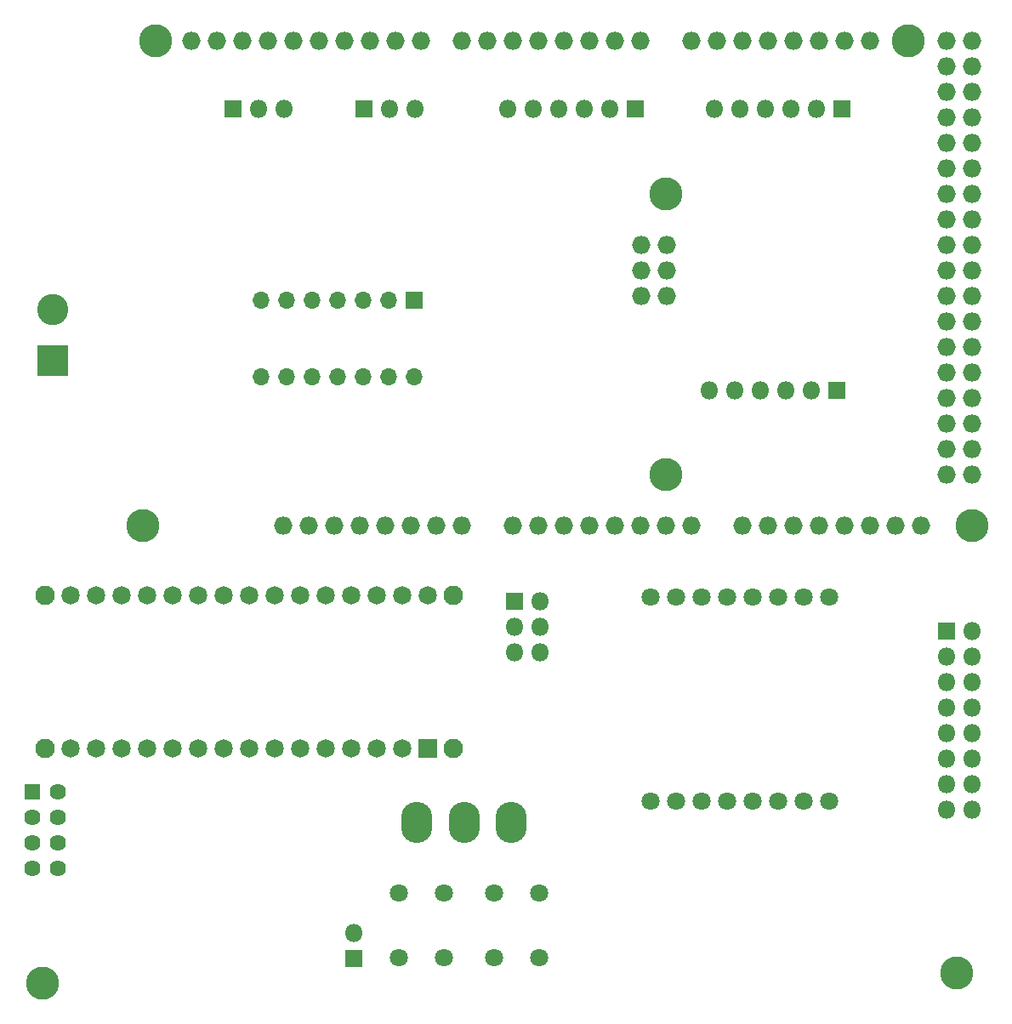
<source format=gbr>
G04 #@! TF.GenerationSoftware,KiCad,Pcbnew,(5.0.0)*
G04 #@! TF.CreationDate,2019-08-08T11:35:40+10:00*
G04 #@! TF.ProjectId,couchmobile-electrical,636F7563686D6F62696C652D656C6563,rev?*
G04 #@! TF.SameCoordinates,Original*
G04 #@! TF.FileFunction,Soldermask,Bot*
G04 #@! TF.FilePolarity,Negative*
%FSLAX46Y46*%
G04 Gerber Fmt 4.6, Leading zero omitted, Abs format (unit mm)*
G04 Created by KiCad (PCBNEW (5.0.0)) date 08/08/19 11:35:40*
%MOMM*%
%LPD*%
G01*
G04 APERTURE LIST*
%ADD10C,1.800000*%
%ADD11R,3.100000X3.100000*%
%ADD12C,3.100000*%
%ADD13R,1.800000X1.800000*%
%ADD14O,1.800000X1.800000*%
%ADD15C,3.300000*%
%ADD16O,3.100000X4.100000*%
%ADD17R,1.624000X1.624000*%
%ADD18C,1.624000*%
%ADD19R,1.700000X1.700000*%
%ADD20O,1.700000X1.700000*%
%ADD21C,1.827200*%
%ADD22R,1.827200X1.827200*%
%ADD23C,1.950000*%
%ADD24O,1.827200X1.827200*%
G04 APERTURE END LIST*
D10*
G04 #@! TO.C,U2*
X102380000Y-78540000D03*
X99840000Y-78540000D03*
X97300000Y-78540000D03*
X94760000Y-78540000D03*
X92220000Y-78540000D03*
X89680000Y-78540000D03*
X87140000Y-78540000D03*
X84600000Y-78540000D03*
X102380000Y-98860000D03*
X99840000Y-98860000D03*
X92220000Y-98860000D03*
X97300000Y-98860000D03*
X84600000Y-98860000D03*
X94760000Y-98860000D03*
X87140000Y-98860000D03*
X89680000Y-98860000D03*
G04 #@! TD*
D11*
G04 #@! TO.C,J1*
X25000000Y-55000000D03*
D12*
X25000000Y-49920000D03*
G04 #@! TD*
D13*
G04 #@! TO.C,J2*
X114000000Y-82000000D03*
D14*
X116540000Y-82000000D03*
X114000000Y-84540000D03*
X116540000Y-84540000D03*
X114000000Y-87080000D03*
X116540000Y-87080000D03*
X114000000Y-89620000D03*
X116540000Y-89620000D03*
X114000000Y-92160000D03*
X116540000Y-92160000D03*
X114000000Y-94700000D03*
X116540000Y-94700000D03*
X114000000Y-97240000D03*
X116540000Y-97240000D03*
X114000000Y-99780000D03*
X116540000Y-99780000D03*
G04 #@! TD*
D13*
G04 #@! TO.C,J5*
X55000000Y-114540000D03*
D14*
X55000000Y-112000000D03*
G04 #@! TD*
D13*
G04 #@! TO.C,J6*
X71000000Y-79000000D03*
D14*
X73540000Y-79000000D03*
X71000000Y-81540000D03*
X73540000Y-81540000D03*
X71000000Y-84080000D03*
X73540000Y-84080000D03*
G04 #@! TD*
D13*
G04 #@! TO.C,J7*
X103080000Y-58000000D03*
D14*
X100540000Y-58000000D03*
X98000000Y-58000000D03*
X95460000Y-58000000D03*
X92920000Y-58000000D03*
X90380000Y-58000000D03*
G04 #@! TD*
D13*
G04 #@! TO.C,J8*
X103620000Y-30000000D03*
D14*
X101080000Y-30000000D03*
X98540000Y-30000000D03*
X96000000Y-30000000D03*
X93460000Y-30000000D03*
X90920000Y-30000000D03*
G04 #@! TD*
G04 #@! TO.C,J9*
X70300000Y-30000000D03*
X72840000Y-30000000D03*
X75380000Y-30000000D03*
X77920000Y-30000000D03*
X80460000Y-30000000D03*
D13*
X83000000Y-30000000D03*
G04 #@! TD*
D14*
G04 #@! TO.C,J10*
X61080000Y-30000000D03*
X58540000Y-30000000D03*
D13*
X56000000Y-30000000D03*
G04 #@! TD*
G04 #@! TO.C,J11*
X43000000Y-30000000D03*
D14*
X45540000Y-30000000D03*
X48080000Y-30000000D03*
G04 #@! TD*
D15*
G04 #@! TO.C,MH1*
X24000000Y-117000000D03*
G04 #@! TD*
G04 #@! TO.C,MH2*
X115000000Y-116000000D03*
G04 #@! TD*
D10*
G04 #@! TO.C,SW1*
X59500000Y-114500000D03*
X59500000Y-108000000D03*
X64000000Y-114500000D03*
X64000000Y-108000000D03*
G04 #@! TD*
G04 #@! TO.C,SW2*
X73500000Y-108000000D03*
X73500000Y-114500000D03*
X69000000Y-108000000D03*
X69000000Y-114500000D03*
G04 #@! TD*
D16*
G04 #@! TO.C,SW3*
X66000000Y-101000000D03*
X70700000Y-101000000D03*
X61300000Y-101000000D03*
G04 #@! TD*
D17*
G04 #@! TO.C,U1*
X23000000Y-98000000D03*
D18*
X25540000Y-98000000D03*
X23000000Y-100540000D03*
X25540000Y-100540000D03*
X23000000Y-103080000D03*
X25540000Y-103080000D03*
X23000000Y-105620000D03*
X25540000Y-105620000D03*
G04 #@! TD*
D19*
G04 #@! TO.C,U3*
X61000000Y-49000000D03*
D20*
X45760000Y-56620000D03*
X58460000Y-49000000D03*
X48300000Y-56620000D03*
X55920000Y-49000000D03*
X50840000Y-56620000D03*
X53380000Y-49000000D03*
X53380000Y-56620000D03*
X50840000Y-49000000D03*
X55920000Y-56620000D03*
X48300000Y-49000000D03*
X58460000Y-56620000D03*
X45760000Y-49000000D03*
X61000000Y-56620000D03*
G04 #@! TD*
D21*
G04 #@! TO.C,XA1*
X62370000Y-78380000D03*
X59830000Y-78380000D03*
X57290000Y-78380000D03*
X54750000Y-78380000D03*
X52210000Y-78380000D03*
X49670000Y-78380000D03*
X47130000Y-78380000D03*
X44590000Y-78380000D03*
X42050000Y-78380000D03*
X39510000Y-78380000D03*
X36970000Y-78380000D03*
X34430000Y-78380000D03*
X31890000Y-78380000D03*
X29350000Y-78380000D03*
X26810000Y-78380000D03*
X26810000Y-93620000D03*
X29350000Y-93620000D03*
X31890000Y-93620000D03*
X34430000Y-93620000D03*
X36970000Y-93620000D03*
X39510000Y-93620000D03*
X42050000Y-93620000D03*
X44590000Y-93620000D03*
X47130000Y-93620000D03*
X49670000Y-93620000D03*
X52210000Y-93620000D03*
X54750000Y-93620000D03*
X57290000Y-93620000D03*
X59830000Y-93620000D03*
D22*
X62370000Y-93620000D03*
D23*
X64910000Y-93620000D03*
X64910000Y-78380000D03*
X24270000Y-93620000D03*
X24270000Y-78380000D03*
G04 #@! TD*
D24*
G04 #@! TO.C,XA2*
X83627000Y-48600000D03*
X86167000Y-48600000D03*
X86167000Y-46060000D03*
X83627000Y-46060000D03*
X86167000Y-43520000D03*
X70800000Y-71460000D03*
X65720000Y-71460000D03*
X63180000Y-71460000D03*
X60640000Y-71460000D03*
X58100000Y-71460000D03*
X55560000Y-71460000D03*
X53020000Y-71460000D03*
X50480000Y-71460000D03*
X106360000Y-23200000D03*
X103820000Y-23200000D03*
X101280000Y-23200000D03*
X98740000Y-23200000D03*
X96200000Y-23200000D03*
X93660000Y-23200000D03*
X91120000Y-23200000D03*
X88580000Y-23200000D03*
X83500000Y-23200000D03*
X80960000Y-23200000D03*
X78420000Y-23200000D03*
X75880000Y-23200000D03*
X73340000Y-23200000D03*
X70800000Y-23200000D03*
X68260000Y-23200000D03*
X65720000Y-23200000D03*
X46416000Y-23200000D03*
X61656000Y-23200000D03*
X59116000Y-23200000D03*
X56576000Y-23200000D03*
D15*
X86040000Y-66380000D03*
X86040000Y-38440000D03*
X110170000Y-23200000D03*
X35240000Y-23200000D03*
X116520000Y-71460000D03*
X33970000Y-71460000D03*
D24*
X38796000Y-23200000D03*
X41336000Y-23200000D03*
X43876000Y-23200000D03*
X48956000Y-23200000D03*
X51496000Y-23200000D03*
X54036000Y-23200000D03*
X47940000Y-71460000D03*
X73340000Y-71460000D03*
X75880000Y-71460000D03*
X78420000Y-71460000D03*
X80960000Y-71460000D03*
X83500000Y-71460000D03*
X86040000Y-71460000D03*
X88580000Y-71460000D03*
X93660000Y-71460000D03*
X96200000Y-71460000D03*
X98740000Y-71460000D03*
X101280000Y-71460000D03*
X103820000Y-71460000D03*
X106360000Y-71460000D03*
X108900000Y-71460000D03*
X111440000Y-71460000D03*
X113980000Y-23200000D03*
X116520000Y-23200000D03*
X113980000Y-25740000D03*
X116520000Y-25740000D03*
X113980000Y-28280000D03*
X116520000Y-28280000D03*
X113980000Y-30820000D03*
X116520000Y-30820000D03*
X113980000Y-33360000D03*
X116520000Y-33360000D03*
X113980000Y-35900000D03*
X116520000Y-35900000D03*
X113980000Y-38440000D03*
X116520000Y-38440000D03*
X113980000Y-40980000D03*
X116520000Y-40980000D03*
X113980000Y-43520000D03*
X116520000Y-43520000D03*
X113980000Y-46060000D03*
X116520000Y-46060000D03*
X113980000Y-48600000D03*
X116520000Y-48600000D03*
X113980000Y-51140000D03*
X116520000Y-51140000D03*
X113980000Y-53680000D03*
X116520000Y-53680000D03*
X113980000Y-56220000D03*
X116520000Y-56220000D03*
X113980000Y-58760000D03*
X116520000Y-58760000D03*
X113980000Y-61300000D03*
X116520000Y-61300000D03*
X113980000Y-63840000D03*
X116520000Y-63840000D03*
X113980000Y-66380000D03*
X116520000Y-66380000D03*
X83627000Y-43520000D03*
G04 #@! TD*
M02*

</source>
